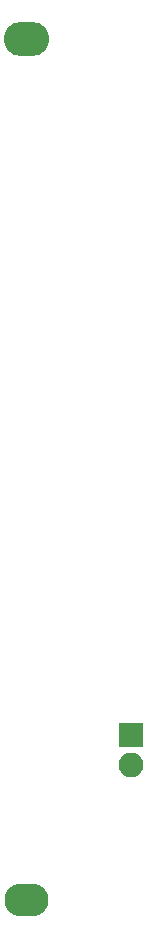
<source format=gts>
G04 #@! TF.FileFunction,Soldermask,Top*
%FSLAX46Y46*%
G04 Gerber Fmt 4.6, Leading zero omitted, Abs format (unit mm)*
G04 Created by KiCad (PCBNEW 4.0.2-stable) date 18.08.2017 15:48:39*
%MOMM*%
G01*
G04 APERTURE LIST*
%ADD10C,0.100000*%
%ADD11O,2.900000X2.900000*%
%ADD12O,2.800000X2.800000*%
%ADD13R,2.100000X2.100000*%
%ADD14O,2.100000X2.100000*%
G04 APERTURE END LIST*
D10*
D11*
X180332000Y-48513000D03*
X179332000Y-48513000D03*
D12*
X179332000Y-121413000D03*
X180332000Y-121413000D03*
X179832000Y-121413000D03*
D11*
X179832000Y-48513000D03*
D13*
X188658500Y-107442000D03*
D14*
X188658500Y-109982000D03*
M02*

</source>
